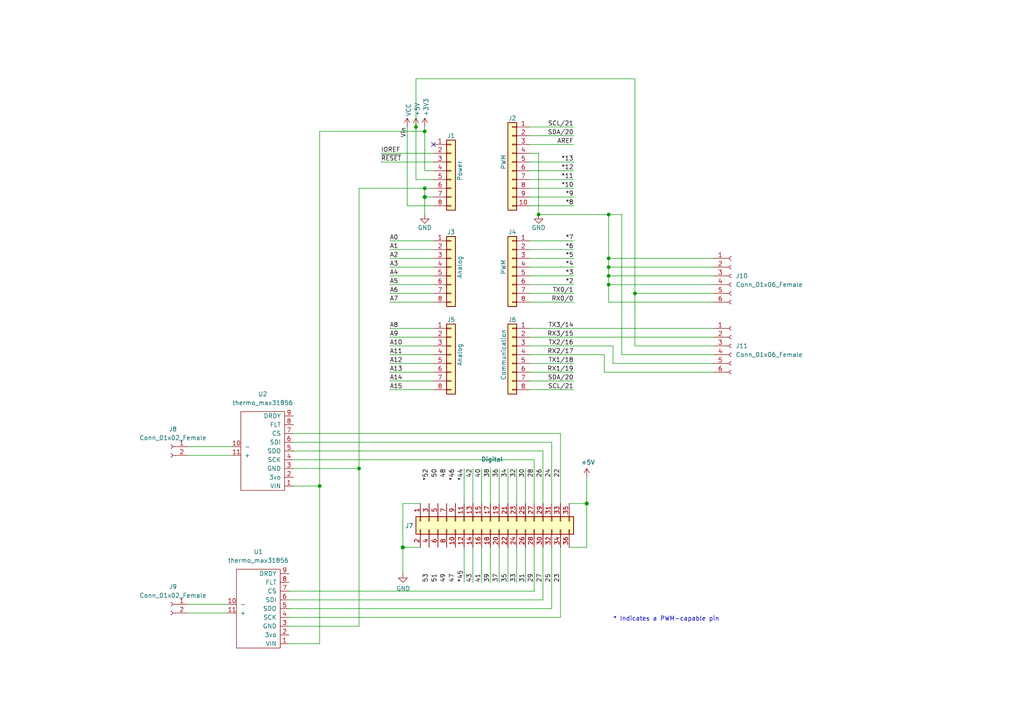
<source format=kicad_sch>
(kicad_sch (version 20211123) (generator eeschema)
  (paper "A4")
  (title_block (date "mar. 31 mars 2015"))
  (lib_symbols
    (symbol "Connector:Conn_01x02_Female" (pin_names (offset 1.016) hide)
      (property "Reference" "J" (at 0 2.54 0))
      (property "Value" "Conn_01x02_Female" (at 0 -5.08 0))
      (symbol "Conn_01x02_Female_1_1"
        (arc (start 0 -2.032) (mid -0.508 -2.54) (end 0 -3.048) (stroke (width 0.1524)))
        (polyline (pts (xy -1.27 -2.54) (xy -0.508 -2.54)) (stroke (width 0.1524)))
        (polyline (pts (xy -1.27 0) (xy -0.508 0)) (stroke (width 0.1524)))
        (arc (start 0 0.508) (mid -0.508 0) (end 0 -0.508) (stroke (width 0.1524)))
        (pin passive line (at -5.08 0 0) (length 3.81) (name "Pin_1") (number "1"))
        (pin passive line (at -5.08 -2.54 0) (length 3.81) (name "Pin_2") (number "2"))
      )
    )
    (symbol "Connector:Conn_01x06_Female" (pin_names (offset 1.016) hide)
      (property "Reference" "J" (at 0 7.62 0))
      (property "Value" "Conn_01x06_Female" (at 0 -10.16 0))
      (symbol "Conn_01x06_Female_1_1"
        (arc (start 0 -7.112) (mid -0.508 -7.62) (end 0 -8.128) (stroke (width 0.1524)))
        (arc (start 0 -4.572) (mid -0.508 -5.08) (end 0 -5.588) (stroke (width 0.1524)))
        (arc (start 0 -2.032) (mid -0.508 -2.54) (end 0 -3.048) (stroke (width 0.1524)))
        (polyline (pts (xy -1.27 -7.62) (xy -0.508 -7.62)) (stroke (width 0.1524)))
        (polyline (pts (xy -1.27 -5.08) (xy -0.508 -5.08)) (stroke (width 0.1524)))
        (polyline (pts (xy -1.27 -2.54) (xy -0.508 -2.54)) (stroke (width 0.1524)))
        (polyline (pts (xy -1.27 0) (xy -0.508 0)) (stroke (width 0.1524)))
        (polyline (pts (xy -1.27 2.54) (xy -0.508 2.54)) (stroke (width 0.1524)))
        (polyline (pts (xy -1.27 5.08) (xy -0.508 5.08)) (stroke (width 0.1524)))
        (arc (start 0 0.508) (mid -0.508 0) (end 0 -0.508) (stroke (width 0.1524)))
        (arc (start 0 3.048) (mid -0.508 2.54) (end 0 2.032) (stroke (width 0.1524)))
        (arc (start 0 5.588) (mid -0.508 5.08) (end 0 4.572) (stroke (width 0.1524)))
        (pin passive line (at -5.08 5.08 0) (length 3.81) (name "Pin_1") (number "1"))
        (pin passive line (at -5.08 2.54 0) (length 3.81) (name "Pin_2") (number "2"))
        (pin passive line (at -5.08 0 0) (length 3.81) (name "Pin_3") (number "3"))
        (pin passive line (at -5.08 -2.54 0) (length 3.81) (name "Pin_4") (number "4"))
        (pin passive line (at -5.08 -5.08 0) (length 3.81) (name "Pin_5") (number "5"))
        (pin passive line (at -5.08 -7.62 0) (length 3.81) (name "Pin_6") (number "6"))
      )
    )
    (symbol "Connector_Generic:Conn_01x08" (pin_names (offset 1.016) hide)
      (property "Reference" "J" (at 0 10.16 0))
      (property "Value" "Conn_01x08" (at 0 -12.7 0))
      (symbol "Conn_01x08_1_1"
        (rectangle (start -1.27 -10.033) (end 0 -10.287) (stroke (width 0.1524)))
        (rectangle (start -1.27 -7.493) (end 0 -7.747) (stroke (width 0.1524)))
        (rectangle (start -1.27 -4.953) (end 0 -5.207) (stroke (width 0.1524)))
        (rectangle (start -1.27 -2.413) (end 0 -2.667) (stroke (width 0.1524)))
        (rectangle (start -1.27 0.127) (end 0 -0.127) (stroke (width 0.1524)))
        (rectangle (start -1.27 2.667) (end 0 2.413) (stroke (width 0.1524)))
        (rectangle (start -1.27 5.207) (end 0 4.953) (stroke (width 0.1524)))
        (rectangle (start -1.27 7.747) (end 0 7.493) (stroke (width 0.1524)))
        (rectangle (start -1.27 8.89) (end 1.27 -11.43) (stroke (width 0.254)) (fill (type background)))
        (pin passive line (at -5.08 7.62 0) (length 3.81) (name "Pin_1") (number "1"))
        (pin passive line (at -5.08 5.08 0) (length 3.81) (name "Pin_2") (number "2"))
        (pin passive line (at -5.08 2.54 0) (length 3.81) (name "Pin_3") (number "3"))
        (pin passive line (at -5.08 0 0) (length 3.81) (name "Pin_4") (number "4"))
        (pin passive line (at -5.08 -2.54 0) (length 3.81) (name "Pin_5") (number "5"))
        (pin passive line (at -5.08 -5.08 0) (length 3.81) (name "Pin_6") (number "6"))
        (pin passive line (at -5.08 -7.62 0) (length 3.81) (name "Pin_7") (number "7"))
        (pin passive line (at -5.08 -10.16 0) (length 3.81) (name "Pin_8") (number "8"))
      )
    )
    (symbol "Connector_Generic:Conn_01x10" (pin_names (offset 1.016) hide)
      (property "Reference" "J" (at 0 12.7 0))
      (property "Value" "Conn_01x10" (at 0 -15.24 0))
      (symbol "Conn_01x10_1_1"
        (rectangle (start -1.27 -12.573) (end 0 -12.827) (stroke (width 0.1524)))
        (rectangle (start -1.27 -10.033) (end 0 -10.287) (stroke (width 0.1524)))
        (rectangle (start -1.27 -7.493) (end 0 -7.747) (stroke (width 0.1524)))
        (rectangle (start -1.27 -4.953) (end 0 -5.207) (stroke (width 0.1524)))
        (rectangle (start -1.27 -2.413) (end 0 -2.667) (stroke (width 0.1524)))
        (rectangle (start -1.27 0.127) (end 0 -0.127) (stroke (width 0.1524)))
        (rectangle (start -1.27 2.667) (end 0 2.413) (stroke (width 0.1524)))
        (rectangle (start -1.27 5.207) (end 0 4.953) (stroke (width 0.1524)))
        (rectangle (start -1.27 7.747) (end 0 7.493) (stroke (width 0.1524)))
        (rectangle (start -1.27 10.287) (end 0 10.033) (stroke (width 0.1524)))
        (rectangle (start -1.27 11.43) (end 1.27 -13.97) (stroke (width 0.254)) (fill (type background)))
        (pin passive line (at -5.08 10.16 0) (length 3.81) (name "Pin_1") (number "1"))
        (pin passive line (at -5.08 -12.7 0) (length 3.81) (name "Pin_10") (number "10"))
        (pin passive line (at -5.08 7.62 0) (length 3.81) (name "Pin_2") (number "2"))
        (pin passive line (at -5.08 5.08 0) (length 3.81) (name "Pin_3") (number "3"))
        (pin passive line (at -5.08 2.54 0) (length 3.81) (name "Pin_4") (number "4"))
        (pin passive line (at -5.08 0 0) (length 3.81) (name "Pin_5") (number "5"))
        (pin passive line (at -5.08 -2.54 0) (length 3.81) (name "Pin_6") (number "6"))
        (pin passive line (at -5.08 -5.08 0) (length 3.81) (name "Pin_7") (number "7"))
        (pin passive line (at -5.08 -7.62 0) (length 3.81) (name "Pin_8") (number "8"))
        (pin passive line (at -5.08 -10.16 0) (length 3.81) (name "Pin_9") (number "9"))
      )
    )
    (symbol "Connector_Generic:Conn_02x18_Odd_Even" (pin_names (offset 1.016) hide)
      (property "Reference" "J" (at 1.27 22.86 0))
      (property "Value" "Conn_02x18_Odd_Even" (at 1.27 -25.4 0))
      (symbol "Conn_02x18_Odd_Even_1_1"
        (rectangle (start -1.27 -22.733) (end 0 -22.987) (stroke (width 0.1524)))
        (rectangle (start -1.27 -20.193) (end 0 -20.447) (stroke (width 0.1524)))
        (rectangle (start -1.27 -17.653) (end 0 -17.907) (stroke (width 0.1524)))
        (rectangle (start -1.27 -15.113) (end 0 -15.367) (stroke (width 0.1524)))
        (rectangle (start -1.27 -12.573) (end 0 -12.827) (stroke (width 0.1524)))
        (rectangle (start -1.27 -10.033) (end 0 -10.287) (stroke (width 0.1524)))
        (rectangle (start -1.27 -7.493) (end 0 -7.747) (stroke (width 0.1524)))
        (rectangle (start -1.27 -4.953) (end 0 -5.207) (stroke (width 0.1524)))
        (rectangle (start -1.27 -2.413) (end 0 -2.667) (stroke (width 0.1524)))
        (rectangle (start -1.27 0.127) (end 0 -0.127) (stroke (width 0.1524)))
        (rectangle (start -1.27 2.667) (end 0 2.413) (stroke (width 0.1524)))
        (rectangle (start -1.27 5.207) (end 0 4.953) (stroke (width 0.1524)))
        (rectangle (start -1.27 7.747) (end 0 7.493) (stroke (width 0.1524)))
        (rectangle (start -1.27 10.287) (end 0 10.033) (stroke (width 0.1524)))
        (rectangle (start -1.27 12.827) (end 0 12.573) (stroke (width 0.1524)))
        (rectangle (start -1.27 15.367) (end 0 15.113) (stroke (width 0.1524)))
        (rectangle (start -1.27 17.907) (end 0 17.653) (stroke (width 0.1524)))
        (rectangle (start -1.27 20.447) (end 0 20.193) (stroke (width 0.1524)))
        (rectangle (start -1.27 21.59) (end 3.81 -24.13) (stroke (width 0.254)) (fill (type background)))
        (rectangle (start 3.81 -22.733) (end 2.54 -22.987) (stroke (width 0.1524)))
        (rectangle (start 3.81 -20.193) (end 2.54 -20.447) (stroke (width 0.1524)))
        (rectangle (start 3.81 -17.653) (end 2.54 -17.907) (stroke (width 0.1524)))
        (rectangle (start 3.81 -15.113) (end 2.54 -15.367) (stroke (width 0.1524)))
        (rectangle (start 3.81 -12.573) (end 2.54 -12.827) (stroke (width 0.1524)))
        (rectangle (start 3.81 -10.033) (end 2.54 -10.287) (stroke (width 0.1524)))
        (rectangle (start 3.81 -7.493) (end 2.54 -7.747) (stroke (width 0.1524)))
        (rectangle (start 3.81 -4.953) (end 2.54 -5.207) (stroke (width 0.1524)))
        (rectangle (start 3.81 -2.413) (end 2.54 -2.667) (stroke (width 0.1524)))
        (rectangle (start 3.81 0.127) (end 2.54 -0.127) (stroke (width 0.1524)))
        (rectangle (start 3.81 2.667) (end 2.54 2.413) (stroke (width 0.1524)))
        (rectangle (start 3.81 5.207) (end 2.54 4.953) (stroke (width 0.1524)))
        (rectangle (start 3.81 7.747) (end 2.54 7.493) (stroke (width 0.1524)))
        (rectangle (start 3.81 10.287) (end 2.54 10.033) (stroke (width 0.1524)))
        (rectangle (start 3.81 12.827) (end 2.54 12.573) (stroke (width 0.1524)))
        (rectangle (start 3.81 15.367) (end 2.54 15.113) (stroke (width 0.1524)))
        (rectangle (start 3.81 17.907) (end 2.54 17.653) (stroke (width 0.1524)))
        (rectangle (start 3.81 20.447) (end 2.54 20.193) (stroke (width 0.1524)))
        (pin passive line (at -5.08 20.32 0) (length 3.81) (name "Pin_1") (number "1"))
        (pin passive line (at 7.62 10.16 180) (length 3.81) (name "Pin_10") (number "10"))
        (pin passive line (at -5.08 7.62 0) (length 3.81) (name "Pin_11") (number "11"))
        (pin passive line (at 7.62 7.62 180) (length 3.81) (name "Pin_12") (number "12"))
        (pin passive line (at -5.08 5.08 0) (length 3.81) (name "Pin_13") (number "13"))
        (pin passive line (at 7.62 5.08 180) (length 3.81) (name "Pin_14") (number "14"))
        (pin passive line (at -5.08 2.54 0) (length 3.81) (name "Pin_15") (number "15"))
        (pin passive line (at 7.62 2.54 180) (length 3.81) (name "Pin_16") (number "16"))
        (pin passive line (at -5.08 0 0) (length 3.81) (name "Pin_17") (number "17"))
        (pin passive line (at 7.62 0 180) (length 3.81) (name "Pin_18") (number "18"))
        (pin passive line (at -5.08 -2.54 0) (length 3.81) (name "Pin_19") (number "19"))
        (pin passive line (at 7.62 20.32 180) (length 3.81) (name "Pin_2") (number "2"))
        (pin passive line (at 7.62 -2.54 180) (length 3.81) (name "Pin_20") (number "20"))
        (pin passive line (at -5.08 -5.08 0) (length 3.81) (name "Pin_21") (number "21"))
        (pin passive line (at 7.62 -5.08 180) (length 3.81) (name "Pin_22") (number "22"))
        (pin passive line (at -5.08 -7.62 0) (length 3.81) (name "Pin_23") (number "23"))
        (pin passive line (at 7.62 -7.62 180) (length 3.81) (name "Pin_24") (number "24"))
        (pin passive line (at -5.08 -10.16 0) (length 3.81) (name "Pin_25") (number "25"))
        (pin passive line (at 7.62 -10.16 180) (length 3.81) (name "Pin_26") (number "26"))
        (pin passive line (at -5.08 -12.7 0) (length 3.81) (name "Pin_27") (number "27"))
        (pin passive line (at 7.62 -12.7 180) (length 3.81) (name "Pin_28") (number "28"))
        (pin passive line (at -5.08 -15.24 0) (length 3.81) (name "Pin_29") (number "29"))
        (pin passive line (at -5.08 17.78 0) (length 3.81) (name "Pin_3") (number "3"))
        (pin passive line (at 7.62 -15.24 180) (length 3.81) (name "Pin_30") (number "30"))
        (pin passive line (at -5.08 -17.78 0) (length 3.81) (name "Pin_31") (number "31"))
        (pin passive line (at 7.62 -17.78 180) (length 3.81) (name "Pin_32") (number "32"))
        (pin passive line (at -5.08 -20.32 0) (length 3.81) (name "Pin_33") (number "33"))
        (pin passive line (at 7.62 -20.32 180) (length 3.81) (name "Pin_34") (number "34"))
        (pin passive line (at -5.08 -22.86 0) (length 3.81) (name "Pin_35") (number "35"))
        (pin passive line (at 7.62 -22.86 180) (length 3.81) (name "Pin_36") (number "36"))
        (pin passive line (at 7.62 17.78 180) (length 3.81) (name "Pin_4") (number "4"))
        (pin passive line (at -5.08 15.24 0) (length 3.81) (name "Pin_5") (number "5"))
        (pin passive line (at 7.62 15.24 180) (length 3.81) (name "Pin_6") (number "6"))
        (pin passive line (at -5.08 12.7 0) (length 3.81) (name "Pin_7") (number "7"))
        (pin passive line (at 7.62 12.7 180) (length 3.81) (name "Pin_8") (number "8"))
        (pin passive line (at -5.08 10.16 0) (length 3.81) (name "Pin_9") (number "9"))
      )
    )
    (symbol "power:+3V3" (power) (pin_names (offset 0))
      (property "Value" "+3V3" (at 0 3.556 0))
      (symbol "+3V3_0_1"
        (polyline (pts (xy -0.762 1.27) (xy 0 2.54)))
        (polyline (pts (xy 0 0) (xy 0 2.54)))
        (polyline (pts (xy 0 2.54) (xy 0.762 1.27)))
      )
      (symbol "+3V3_1_1"
        (pin power_in line (at 0 0 90) (length 0) hide (name "+3V3") (number "1"))
      )
    )
    (symbol "power:+5V" (power) (pin_names (offset 0))
      (property "Value" "+5V" (at 0 3.556 0))
      (symbol "+5V_0_1"
        (polyline (pts (xy -0.762 1.27) (xy 0 2.54)))
        (polyline (pts (xy 0 0) (xy 0 2.54)))
        (polyline (pts (xy 0 2.54) (xy 0.762 1.27)))
      )
      (symbol "+5V_1_1"
        (pin power_in line (at 0 0 90) (length 0) hide (name "+5V") (number "1"))
      )
    )
    (symbol "power:GND" (power) (pin_names (offset 0))
      (property "Value" "GND" (at 0 -3.81 0))
      (symbol "GND_0_1"
        (polyline (pts (xy 0 0) (xy 0 -1.27) (xy 1.27 -1.27) (xy 0 -2.54) (xy -1.27 -1.27) (xy 0 -1.27)))
      )
      (symbol "GND_1_1"
        (pin power_in line (at 0 0 270) (length 0) hide (name "GND") (number "1"))
      )
    )
    (symbol "power:VCC" (power) (pin_names (offset 0))
      (property "Value" "VCC" (at 0 3.81 0))
      (symbol "VCC_0_1"
        (polyline (pts (xy -0.762 1.27) (xy 0 2.54)))
        (polyline (pts (xy 0 0) (xy 0 2.54)))
        (polyline (pts (xy 0 2.54) (xy 0.762 1.27)))
      )
      (symbol "VCC_1_1"
        (pin power_in line (at 0 0 90) (length 0) hide (name "VCC") (number "1"))
      )
    )
    (symbol "thermo_max31856:thermo_max31856" (pin_names (offset 1.016))
      (property "Reference" "U" (at -5.08 12.7 0))
      (property "Value" "thermo_max31856" (at 1.27 -12.7 0))
      (symbol "thermo_max31856_0_1"
        (rectangle (start 6.35 11.43) (end -6.35 -11.43))
      )
      (symbol "thermo_max31856_1_1"
        (pin input line (at 8.89 -10.16 180) (length 2.54) (name "VIN") (number "1"))
        (pin input line (at -8.89 1.27 0) (length 2.54) (name "-") (number "10"))
        (pin input line (at -8.89 -1.27 0) (length 2.54) (name "+") (number "11"))
        (pin output line (at 8.89 -7.62 180) (length 2.54) (name "3vo") (number "2"))
        (pin input line (at 8.89 -5.08 180) (length 2.54) (name "GND") (number "3"))
        (pin input line (at 8.89 -2.54 180) (length 2.54) (name "SCK") (number "4"))
        (pin output line (at 8.89 0 180) (length 2.54) (name "SDO") (number "5"))
        (pin input line (at 8.89 2.54 180) (length 2.54) (name "SDI") (number "6"))
        (pin input line (at 8.89 5.08 180) (length 2.54) (name "CS") (number "7"))
        (pin output line (at 8.89 7.62 180) (length 2.54) (name "FLT") (number "8"))
        (pin output line (at 8.89 10.16 180) (length 2.54) (name "DRDY") (number "9"))
      )
    )
  )
  (junction (at 116.84 158.75) (diameter 1.016))
  (junction (at 92.71 140.97))
  (junction (at 176.53 77.47))
  (junction (at 156.21 62.23))
  (junction (at 123.19 57.15) (diameter 1.016))
  (junction (at 176.53 62.23))
  (junction (at 104.14 135.89))
  (junction (at 176.53 82.55))
  (junction (at 176.53 74.93))
  (junction (at 123.19 38.1))
  (junction (at 184.15 85.09))
  (junction (at 176.53 80.01))
  (junction (at 123.19 54.61))
  (junction (at 120.65 36.83))
  (junction (at 170.18 146.05) (diameter 1.016))
  (no_connect (at 125.73 41.91))
  (wire (pts (xy 153.67 87.63) (xy 166.37 87.63)))
  (wire (pts (xy 54.61 132.08) (xy 67.31 132.08)))
  (wire (pts (xy 113.03 87.63) (xy 125.73 87.63)))
  (wire (pts (xy 153.67 54.61) (xy 166.37 54.61)))
  (wire (pts (xy 139.7 135.89) (xy 139.7 146.05)))
  (wire (pts (xy 153.67 36.83) (xy 166.37 36.83)))
  (wire (pts (xy 142.24 135.89) (xy 142.24 146.05)))
  (wire (pts (xy 170.18 146.05) (xy 170.18 158.75)))
  (wire (pts (xy 160.02 128.27) (xy 160.02 146.05)))
  (wire (pts (xy 121.92 146.05) (xy 116.84 146.05)))
  (wire (pts (xy 153.67 100.33) (xy 177.8 100.33)))
  (wire (pts (xy 123.19 54.61) (xy 123.19 57.15)))
  (wire (pts (xy 144.78 158.75) (xy 144.78 168.91)))
  (wire (pts (xy 113.03 82.55) (xy 125.73 82.55)))
  (wire (pts (xy 149.86 135.89) (xy 149.86 146.05)))
  (wire (pts (xy 85.09 135.89) (xy 104.14 135.89)))
  (wire (pts (xy 180.34 62.23) (xy 180.34 102.87)))
  (wire (pts (xy 162.56 125.73) (xy 162.56 146.05)))
  (wire (pts (xy 176.53 82.55) (xy 176.53 87.63)))
  (wire (pts (xy 123.19 57.15) (xy 123.19 62.23)))
  (wire (pts (xy 157.48 158.75) (xy 157.48 173.99)))
  (wire (pts (xy 184.15 100.33) (xy 207.01 100.33)))
  (wire (pts (xy 123.19 49.53) (xy 125.73 49.53)))
  (wire (pts (xy 137.16 135.89) (xy 137.16 146.05)))
  (wire (pts (xy 83.82 181.61) (xy 104.14 181.61)))
  (wire (pts (xy 176.53 77.47) (xy 176.53 80.01)))
  (wire (pts (xy 120.65 52.07) (xy 125.73 52.07)))
  (wire (pts (xy 157.48 130.81) (xy 157.48 146.05)))
  (wire (pts (xy 147.32 158.75) (xy 147.32 168.91)))
  (wire (pts (xy 180.34 102.87) (xy 207.01 102.87)))
  (wire (pts (xy 120.65 36.83) (xy 120.65 52.07)))
  (wire (pts (xy 113.03 113.03) (xy 125.73 113.03)))
  (wire (pts (xy 154.94 158.75) (xy 154.94 171.45)))
  (wire (pts (xy 184.15 85.09) (xy 184.15 100.33)))
  (wire (pts (xy 153.67 46.99) (xy 166.37 46.99)))
  (wire (pts (xy 176.53 74.93) (xy 176.53 77.47)))
  (wire (pts (xy 92.71 140.97) (xy 92.71 38.1)))
  (wire (pts (xy 123.19 36.83) (xy 123.19 38.1)))
  (wire (pts (xy 153.67 69.85) (xy 166.37 69.85)))
  (wire (pts (xy 176.53 87.63) (xy 207.01 87.63)))
  (wire (pts (xy 125.73 69.85) (xy 113.03 69.85)))
  (wire (pts (xy 85.09 128.27) (xy 160.02 128.27)))
  (wire (pts (xy 153.67 49.53) (xy 166.37 49.53)))
  (wire (pts (xy 125.73 110.49) (xy 113.03 110.49)))
  (wire (pts (xy 177.8 100.33) (xy 177.8 105.41)))
  (wire (pts (xy 54.61 175.26) (xy 66.04 175.26)))
  (wire (pts (xy 153.67 72.39) (xy 166.37 72.39)))
  (wire (pts (xy 83.82 186.69) (xy 92.71 186.69)))
  (wire (pts (xy 184.15 85.09) (xy 207.01 85.09)))
  (wire (pts (xy 83.82 173.99) (xy 157.48 173.99)))
  (wire (pts (xy 153.67 107.95) (xy 166.37 107.95)))
  (wire (pts (xy 147.32 135.89) (xy 147.32 146.05)))
  (wire (pts (xy 83.82 179.07) (xy 162.56 179.07)))
  (wire (pts (xy 207.01 74.93) (xy 176.53 74.93)))
  (wire (pts (xy 116.84 146.05) (xy 116.84 158.75)))
  (wire (pts (xy 83.82 171.45) (xy 154.94 171.45)))
  (wire (pts (xy 121.92 158.75) (xy 116.84 158.75)))
  (wire (pts (xy 153.67 57.15) (xy 166.37 57.15)))
  (wire (pts (xy 154.94 133.35) (xy 154.94 146.05)))
  (wire (pts (xy 177.8 105.41) (xy 207.01 105.41)))
  (wire (pts (xy 120.65 22.86) (xy 120.65 36.83)))
  (wire (pts (xy 175.26 102.87) (xy 175.26 107.95)))
  (wire (pts (xy 152.4 135.89) (xy 152.4 146.05)))
  (wire (pts (xy 175.26 107.95) (xy 207.01 107.95)))
  (wire (pts (xy 134.62 158.75) (xy 134.62 168.91)))
  (wire (pts (xy 152.4 158.75) (xy 152.4 168.91)))
  (wire (pts (xy 153.67 77.47) (xy 166.37 77.47)))
  (wire (pts (xy 139.7 158.75) (xy 139.7 168.91)))
  (wire (pts (xy 134.62 135.89) (xy 134.62 146.05)))
  (wire (pts (xy 54.61 177.8) (xy 66.04 177.8)))
  (wire (pts (xy 110.49 44.45) (xy 125.73 44.45)))
  (wire (pts (xy 176.53 80.01) (xy 207.01 80.01)))
  (wire (pts (xy 153.67 97.79) (xy 207.01 97.79)))
  (wire (pts (xy 170.18 138.43) (xy 170.18 146.05)))
  (wire (pts (xy 176.53 62.23) (xy 176.53 74.93)))
  (wire (pts (xy 156.21 44.45) (xy 156.21 62.23)))
  (wire (pts (xy 153.67 113.03) (xy 166.37 113.03)))
  (wire (pts (xy 153.67 41.91) (xy 166.37 41.91)))
  (wire (pts (xy 165.1 146.05) (xy 170.18 146.05)))
  (wire (pts (xy 153.67 105.41) (xy 166.37 105.41)))
  (wire (pts (xy 113.03 102.87) (xy 125.73 102.87)))
  (wire (pts (xy 176.53 62.23) (xy 180.34 62.23)))
  (wire (pts (xy 125.73 74.93) (xy 113.03 74.93)))
  (wire (pts (xy 92.71 38.1) (xy 123.19 38.1)))
  (wire (pts (xy 110.49 46.99) (xy 125.73 46.99)))
  (wire (pts (xy 85.09 140.97) (xy 92.71 140.97)))
  (wire (pts (xy 153.67 95.25) (xy 207.01 95.25)))
  (wire (pts (xy 125.73 57.15) (xy 123.19 57.15)))
  (wire (pts (xy 54.61 129.54) (xy 67.31 129.54)))
  (wire (pts (xy 125.73 59.69) (xy 118.11 59.69)))
  (wire (pts (xy 113.03 72.39) (xy 125.73 72.39)))
  (wire (pts (xy 160.02 158.75) (xy 160.02 176.53)))
  (wire (pts (xy 149.86 158.75) (xy 149.86 168.91)))
  (wire (pts (xy 125.73 100.33) (xy 113.03 100.33)))
  (wire (pts (xy 153.67 102.87) (xy 175.26 102.87)))
  (wire (pts (xy 153.67 44.45) (xy 156.21 44.45)))
  (wire (pts (xy 142.24 158.75) (xy 142.24 168.91)))
  (wire (pts (xy 85.09 133.35) (xy 154.94 133.35)))
  (wire (pts (xy 125.73 54.61) (xy 123.19 54.61)))
  (wire (pts (xy 113.03 107.95) (xy 125.73 107.95)))
  (wire (pts (xy 153.67 52.07) (xy 166.37 52.07)))
  (wire (pts (xy 144.78 135.89) (xy 144.78 146.05)))
  (wire (pts (xy 113.03 97.79) (xy 125.73 97.79)))
  (wire (pts (xy 85.09 125.73) (xy 162.56 125.73)))
  (wire (pts (xy 153.67 74.93) (xy 166.37 74.93)))
  (wire (pts (xy 156.21 62.23) (xy 176.53 62.23)))
  (wire (pts (xy 113.03 77.47) (xy 125.73 77.47)))
  (wire (pts (xy 184.15 22.86) (xy 184.15 85.09)))
  (wire (pts (xy 123.19 38.1) (xy 123.19 49.53)))
  (wire (pts (xy 153.67 110.49) (xy 166.37 110.49)))
  (wire (pts (xy 170.18 158.75) (xy 165.1 158.75)))
  (wire (pts (xy 125.73 95.25) (xy 113.03 95.25)))
  (wire (pts (xy 120.65 22.86) (xy 184.15 22.86)))
  (wire (pts (xy 162.56 158.75) (xy 162.56 179.07)))
  (wire (pts (xy 153.67 39.37) (xy 166.37 39.37)))
  (wire (pts (xy 153.67 82.55) (xy 166.37 82.55)))
  (wire (pts (xy 104.14 54.61) (xy 104.14 135.89)))
  (wire (pts (xy 153.67 80.01) (xy 166.37 80.01)))
  (wire (pts (xy 123.19 54.61) (xy 104.14 54.61)))
  (wire (pts (xy 104.14 135.89) (xy 104.14 181.61)))
  (wire (pts (xy 137.16 158.75) (xy 137.16 168.91)))
  (wire (pts (xy 83.82 176.53) (xy 160.02 176.53)))
  (wire (pts (xy 85.09 130.81) (xy 157.48 130.81)))
  (wire (pts (xy 176.53 77.47) (xy 207.01 77.47)))
  (wire (pts (xy 176.53 82.55) (xy 207.01 82.55)))
  (wire (pts (xy 153.67 85.09) (xy 166.37 85.09)))
  (wire (pts (xy 125.73 105.41) (xy 113.03 105.41)))
  (wire (pts (xy 118.11 59.69) (xy 118.11 36.83)))
  (wire (pts (xy 92.71 186.69) (xy 92.71 140.97)))
  (wire (pts (xy 116.84 158.75) (xy 116.84 166.37)))
  (wire (pts (xy 125.73 85.09) (xy 113.03 85.09)))
  (wire (pts (xy 125.73 80.01) (xy 113.03 80.01)))
  (wire (pts (xy 176.53 80.01) (xy 176.53 82.55)))
  (wire (pts (xy 153.67 59.69) (xy 166.37 59.69)))
  (text "* Indicates a PWM-capable pin" (at 177.8 180.34 0) (effects (font (size 1.27 1.27)) (justify left bottom)))
  (label "A10" (at 113.03 100.33 0))
  (label "RX0{slash}0" (at 166.37 87.63 180))
  (label "A15" (at 113.03 113.03 0))
  (label "A2" (at 113.03 74.93 0))
  (label "RX2{slash}17" (at 166.37 102.87 180))
  (label "*4" (at 166.37 77.47 180))
  (label "SDA{slash}20" (at 166.37 110.49 180))
  (label "26" (at 157.48 135.89 270))
  (label "31" (at 152.4 168.91 90))
  (label "22" (at 162.56 135.89 270))
  (label "33" (at 149.86 168.91 90))
  (label "36" (at 144.78 135.89 270))
  (label "*2" (at 166.37 82.55 180))
  (label "TX1{slash}18" (at 166.37 105.41 180))
  (label "*44" (at 134.62 135.89 270))
  (label "A3" (at 113.03 77.47 0))
  (label "*13" (at 166.37 46.99 180))
  (label "*52" (at 124.46 135.89 270))
  (label "*12" (at 166.37 49.53 180))
  (label "40" (at 139.7 135.89 270))
  (label "~{RESET}" (at 110.49 46.99 0))
  (label "35" (at 147.32 168.91 90))
  (label "*10" (at 166.37 54.61 180))
  (label "28" (at 154.94 135.89 270))
  (label "23" (at 162.56 168.91 90))
  (label "29" (at 154.94 168.91 90))
  (label "A13" (at 113.03 107.95 0))
  (label "41" (at 139.7 168.91 90))
  (label "30" (at 152.4 135.89 270))
  (label "47" (at 132.08 168.91 90))
  (label "34" (at 147.32 135.89 270))
  (label "*45" (at 134.62 168.91 90))
  (label "38" (at 142.24 135.89 270))
  (label "51" (at 127 168.91 90))
  (label "*7" (at 166.37 69.85 180))
  (label "SDA{slash}20" (at 166.37 39.37 180))
  (label "*8" (at 166.37 59.69 180))
  (label "A9" (at 113.03 97.79 0))
  (label "*11" (at 166.37 52.07 180))
  (label "*3" (at 166.37 80.01 180))
  (label "A6" (at 113.03 85.09 0))
  (label "42" (at 137.16 135.89 270))
  (label "A1" (at 113.03 72.39 0))
  (label "53" (at 124.46 168.91 90))
  (label "TX0{slash}1" (at 166.37 85.09 180))
  (label "24" (at 160.02 135.89 270))
  (label "RX1{slash}19" (at 166.37 107.95 180))
  (label "A0" (at 113.03 69.85 0))
  (label "AREF" (at 166.37 41.91 180))
  (label "A14" (at 113.03 110.49 0))
  (label "39" (at 142.24 168.91 90))
  (label "A8" (at 113.03 95.25 0))
  (label "Vin" (at 118.11 36.83 270))
  (label "27" (at 157.48 168.91 90))
  (label "37" (at 144.78 168.91 90))
  (label "25" (at 160.02 168.91 90))
  (label "*6" (at 166.37 72.39 180))
  (label "*46" (at 132.08 135.89 270))
  (label "SCL{slash}21" (at 166.37 36.83 180))
  (label "*9" (at 166.37 57.15 180))
  (label "50" (at 127 135.89 270))
  (label "TX2{slash}16" (at 166.37 100.33 180))
  (label "*5" (at 166.37 74.93 180))
  (label "IOREF" (at 110.49 44.45 0))
  (label "A7" (at 113.03 87.63 0))
  (label "A11" (at 113.03 102.87 0))
  (label "A4" (at 113.03 80.01 0))
  (label "49" (at 129.54 168.91 90))
  (label "A5" (at 113.03 82.55 0))
  (label "RX3{slash}15" (at 166.37 97.79 180))
  (label "TX3{slash}14" (at 166.37 95.25 180))
  (label "32" (at 149.86 135.89 270))
  (label "43" (at 137.16 168.91 90))
  (label "A12" (at 113.03 105.41 0))
  (label "SCL{slash}21" (at 166.37 113.03 180))
  (label "48" (at 129.54 135.89 270))
  (symbol (lib_id "Connector_Generic:Conn_01x08") (at 130.81 49.53 0) (unit 1)
    (property "Reference" "J1" (at 130.81 39.37 0))
    (property "Value" "Power" (at 133.35 49.53 90))
    (property "Footprint" "Connector_PinSocket_2.54mm:PinSocket_1x08_P2.54mm_Vertical" (effects hide))
  )
  (symbol (lib_id "power:+3V3") (at 123.19 36.83 0) (unit 1)
    (property "Reference" "#PWR03" (effects hide))
    (property "Value" "+3.3V" (at 123.571 33.782 90) (effects (justify left)))
  )
  (symbol (lib_id "power:+5V") (at 120.65 36.83 0) (unit 1)
    (property "Reference" "#PWR02" (effects hide))
    (property "Value" "+5V" (at 121.0056 33.782 90) (effects (justify left)))
  )
  (symbol (lib_id "power:GND") (at 123.19 62.23 0) (unit 1)
    (property "Reference" "#PWR04" (effects hide))
    (property "Value" "GND" (at 123.19 66.04 0))
  )
  (symbol (lib_id "Connector_Generic:Conn_01x10") (at 148.59 46.99 0) (mirror y) (unit 1)
    (property "Reference" "J2" (at 148.59 34.29 0))
    (property "Value" "PWM" (at 146.05 46.99 90))
    (property "Footprint" "Connector_PinSocket_2.54mm:PinSocket_1x10_P2.54mm_Vertical" (effects hide))
  )
  (symbol (lib_id "power:GND") (at 156.21 62.23 0) (unit 1)
    (property "Reference" "#PWR05" (effects hide))
    (property "Value" "GND" (at 156.21 66.04 0))
  )
  (symbol (lib_id "Connector_Generic:Conn_01x08") (at 130.81 77.47 0) (unit 1)
    (property "Reference" "J3" (at 130.81 67.31 0))
    (property "Value" "Analog" (at 133.35 77.47 90))
    (property "Footprint" "Connector_PinSocket_2.54mm:PinSocket_1x08_P2.54mm_Vertical" (effects hide))
  )
  (symbol (lib_id "Connector_Generic:Conn_01x08") (at 148.59 77.47 0) (mirror y) (unit 1)
    (property "Reference" "J4" (at 148.59 67.31 0))
    (property "Value" "PWM" (at 146.05 77.47 90))
    (property "Footprint" "Connector_PinSocket_2.54mm:PinSocket_1x08_P2.54mm_Vertical" (effects hide))
  )
  (symbol (lib_id "Connector_Generic:Conn_01x08") (at 130.81 102.87 0) (unit 1)
    (property "Reference" "J5" (at 130.81 92.71 0))
    (property "Value" "Analog" (at 133.35 102.87 90))
    (property "Footprint" "Connector_PinSocket_2.54mm:PinSocket_1x08_P2.54mm_Vertical" (effects hide))
  )
  (symbol (lib_id "Connector_Generic:Conn_01x08") (at 148.59 102.87 0) (mirror y) (unit 1)
    (property "Reference" "J6" (at 148.59 92.71 0))
    (property "Value" "Communication" (at 146.05 102.87 90))
    (property "Footprint" "Connector_PinSocket_2.54mm:PinSocket_1x08_P2.54mm_Vertical" (effects hide))
  )
  (symbol (lib_id "Connector_Generic:Conn_02x18_Odd_Even") (at 142.24 151.13 90) (mirror x) (unit 1)
    (property "Reference" "J7" (at 119.8879 152.5206 90) (effects (justify left)))
    (property "Value" "Digital" (at 142.748 133.223 90))
    (property "Footprint" "Connector_PinSocket_2.54mm:PinSocket_2x18_P2.54mm_Vertical" (effects hide))
  )
  (symbol (lib_id "power:GND") (at 116.84 166.37 0) (unit 1)
    (property "Reference" "#PWR07" (effects hide))
    (property "Value" "GND" (at 116.9543 170.6944 0))
  )
  (symbol (lib_id "power:+5V") (at 170.18 138.43 0) (unit 1)
    (property "Reference" "#PWR06" (effects hide))
    (property "Value" "+5V" (at 170.5483 134.1056 0))
  )
  (symbol (lib_id "thermo_max31856:thermo_max31856") (at 74.93 176.53 0) (unit 1)
    (property "Reference" "U1" (at 74.93 160.02 0))
    (property "Value" "thermo_max31856" (at 74.93 162.56 0))
    (property "Footprint" "MAX31865:MAX31856" (effects hide))
  )
  (symbol (lib_id "Connector:Conn_01x06_Female") (at 212.09 100.33 0) (unit 1)
    (property "Reference" "J11" (at 213.36 100.3299 0) (effects (justify left)))
    (property "Value" "Conn_01x06_Female" (at 213.36 102.8699 0) (effects (justify left)))
    (property "Footprint" "Connector_Phoenix_MC:PhoenixContact_MCV_1,5_6-G-3.5_1x06_P3.50mm_Vertical" (effects hide))
  )
  (symbol (lib_id "Connector:Conn_01x02_Female") (at 49.53 129.54 0) (mirror y) (unit 1)
    (property "Reference" "J8" (at 50.165 124.46 0))
    (property "Value" "Conn_01x02_Female" (at 50.165 127 0))
    (property "Footprint" "Connector_Phoenix_MC:PhoenixContact_MCV_1,5_2-G-3.5_1x02_P3.50mm_Vertical" (effects hide))
  )
  (symbol (lib_id "power:VCC") (at 118.11 36.83 0) (unit 1)
    (property "Reference" "#PWR01" (effects hide))
    (property "Value" "VCC" (at 118.491 33.782 90) (effects (justify left)))
  )
  (symbol (lib_id "Connector:Conn_01x06_Female") (at 212.09 80.01 0) (unit 1)
    (property "Reference" "J10" (at 213.36 80.0099 0) (effects (justify left)))
    (property "Value" "Conn_01x06_Female" (at 213.36 82.5499 0) (effects (justify left)))
    (property "Footprint" "Connector_Phoenix_MC:PhoenixContact_MCV_1,5_6-G-3.5_1x06_P3.50mm_Vertical" (effects hide))
  )
  (symbol (lib_id "Connector:Conn_01x02_Female") (at 49.53 175.26 0) (mirror y) (unit 1)
    (property "Reference" "J9" (at 50.165 170.18 0))
    (property "Value" "Conn_01x02_Female" (at 50.165 172.72 0))
    (property "Footprint" "Connector_Phoenix_MC:PhoenixContact_MCV_1,5_2-G-3.5_1x02_P3.50mm_Vertical" (effects hide))
  )
  (symbol (lib_id "thermo_max31856:thermo_max31856") (at 76.2 130.81 0) (unit 1)
    (property "Reference" "U2" (at 76.2 114.3 0))
    (property "Value" "thermo_max31856" (at 76.2 116.84 0))
    (property "Footprint" "MAX31865:MAX31856" (effects hide))
  )
)
</source>
